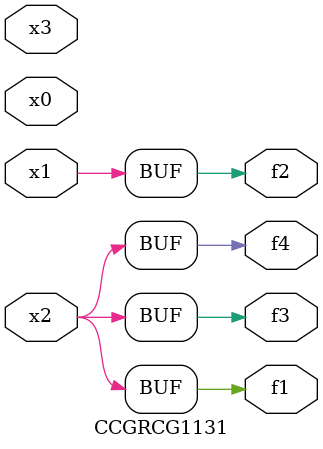
<source format=v>
module CCGRCG1131(
	input x0, x1, x2, x3,
	output f1, f2, f3, f4
);
	assign f1 = x2;
	assign f2 = x1;
	assign f3 = x2;
	assign f4 = x2;
endmodule

</source>
